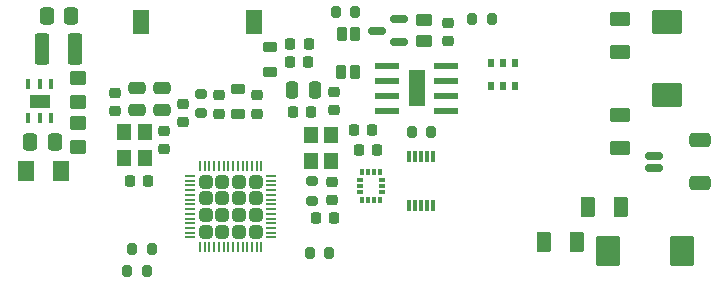
<source format=gbr>
%TF.GenerationSoftware,KiCad,Pcbnew,7.0.7*%
%TF.CreationDate,2023-09-20T12:31:10+02:00*%
%TF.ProjectId,Window_EMP_monitor_59_4x23_5x1.6mm,57696e64-6f77-45f4-954d-505f6d6f6e69,rev?*%
%TF.SameCoordinates,Original*%
%TF.FileFunction,Paste,Top*%
%TF.FilePolarity,Positive*%
%FSLAX46Y46*%
G04 Gerber Fmt 4.6, Leading zero omitted, Abs format (unit mm)*
G04 Created by KiCad (PCBNEW 7.0.7) date 2023-09-20 12:31:10*
%MOMM*%
%LPD*%
G01*
G04 APERTURE LIST*
G04 Aperture macros list*
%AMRoundRect*
0 Rectangle with rounded corners*
0 $1 Rounding radius*
0 $2 $3 $4 $5 $6 $7 $8 $9 X,Y pos of 4 corners*
0 Add a 4 corners polygon primitive as box body*
4,1,4,$2,$3,$4,$5,$6,$7,$8,$9,$2,$3,0*
0 Add four circle primitives for the rounded corners*
1,1,$1+$1,$2,$3*
1,1,$1+$1,$4,$5*
1,1,$1+$1,$6,$7*
1,1,$1+$1,$8,$9*
0 Add four rect primitives between the rounded corners*
20,1,$1+$1,$2,$3,$4,$5,0*
20,1,$1+$1,$4,$5,$6,$7,0*
20,1,$1+$1,$6,$7,$8,$9,0*
20,1,$1+$1,$8,$9,$2,$3,0*%
G04 Aperture macros list end*
%ADD10C,0.010000*%
%ADD11RoundRect,0.250000X-0.787500X-1.025000X0.787500X-1.025000X0.787500X1.025000X-0.787500X1.025000X0*%
%ADD12RoundRect,0.200000X-0.275000X0.200000X-0.275000X-0.200000X0.275000X-0.200000X0.275000X0.200000X0*%
%ADD13RoundRect,0.200000X-0.200000X-0.275000X0.200000X-0.275000X0.200000X0.275000X-0.200000X0.275000X0*%
%ADD14RoundRect,0.200000X0.275000X-0.200000X0.275000X0.200000X-0.275000X0.200000X-0.275000X-0.200000X0*%
%ADD15RoundRect,0.225000X0.225000X0.250000X-0.225000X0.250000X-0.225000X-0.250000X0.225000X-0.250000X0*%
%ADD16RoundRect,0.250000X0.625000X-0.375000X0.625000X0.375000X-0.625000X0.375000X-0.625000X-0.375000X0*%
%ADD17RoundRect,0.150000X0.625000X-0.150000X0.625000X0.150000X-0.625000X0.150000X-0.625000X-0.150000X0*%
%ADD18RoundRect,0.250000X0.650000X-0.350000X0.650000X0.350000X-0.650000X0.350000X-0.650000X-0.350000X0*%
%ADD19R,1.400000X2.100000*%
%ADD20RoundRect,0.250000X-0.475000X0.250000X-0.475000X-0.250000X0.475000X-0.250000X0.475000X0.250000X0*%
%ADD21RoundRect,0.250000X1.025000X-0.787500X1.025000X0.787500X-1.025000X0.787500X-1.025000X-0.787500X0*%
%ADD22RoundRect,0.225000X0.250000X-0.225000X0.250000X0.225000X-0.250000X0.225000X-0.250000X-0.225000X0*%
%ADD23RoundRect,0.225000X-0.250000X0.225000X-0.250000X-0.225000X0.250000X-0.225000X0.250000X0.225000X0*%
%ADD24RoundRect,0.225000X-0.225000X-0.250000X0.225000X-0.250000X0.225000X0.250000X-0.225000X0.250000X0*%
%ADD25RoundRect,0.218750X-0.381250X0.218750X-0.381250X-0.218750X0.381250X-0.218750X0.381250X0.218750X0*%
%ADD26RoundRect,0.250000X0.250000X0.475000X-0.250000X0.475000X-0.250000X-0.475000X0.250000X-0.475000X0*%
%ADD27R,1.200000X1.400000*%
%ADD28R,0.350000X0.580000*%
%ADD29R,0.580000X0.350000*%
%ADD30RoundRect,0.041300X-0.948700X-0.253700X0.948700X-0.253700X0.948700X0.253700X-0.948700X0.253700X0*%
%ADD31RoundRect,0.098350X-0.604150X-1.437900X0.604150X-1.437900X0.604150X1.437900X-0.604150X1.437900X0*%
%ADD32RoundRect,0.250000X-0.375000X-0.625000X0.375000X-0.625000X0.375000X0.625000X-0.375000X0.625000X0*%
%ADD33RoundRect,0.250000X-0.337500X-0.475000X0.337500X-0.475000X0.337500X0.475000X-0.337500X0.475000X0*%
%ADD34RoundRect,0.250000X0.375000X1.075000X-0.375000X1.075000X-0.375000X-1.075000X0.375000X-1.075000X0*%
%ADD35RoundRect,0.250000X-0.315000X0.315000X-0.315000X-0.315000X0.315000X-0.315000X0.315000X0.315000X0*%
%ADD36RoundRect,0.050000X-0.050000X0.387500X-0.050000X-0.387500X0.050000X-0.387500X0.050000X0.387500X0*%
%ADD37RoundRect,0.050000X-0.387500X0.050000X-0.387500X-0.050000X0.387500X-0.050000X0.387500X0.050000X0*%
%ADD38RoundRect,0.250000X0.337500X0.475000X-0.337500X0.475000X-0.337500X-0.475000X0.337500X-0.475000X0*%
%ADD39RoundRect,0.250000X-0.450000X0.350000X-0.450000X-0.350000X0.450000X-0.350000X0.450000X0.350000X0*%
%ADD40RoundRect,0.200000X0.200000X0.275000X-0.200000X0.275000X-0.200000X-0.275000X0.200000X-0.275000X0*%
%ADD41RoundRect,0.250000X-0.450000X0.262500X-0.450000X-0.262500X0.450000X-0.262500X0.450000X0.262500X0*%
%ADD42R,0.420000X0.840000*%
%ADD43RoundRect,0.037100X-0.227900X0.317900X-0.227900X-0.317900X0.227900X-0.317900X0.227900X0.317900X0*%
%ADD44RoundRect,0.124800X-0.275200X0.475200X-0.275200X-0.475200X0.275200X-0.475200X0.275200X0.475200X0*%
%ADD45RoundRect,0.250001X-0.462499X-0.624999X0.462499X-0.624999X0.462499X0.624999X-0.462499X0.624999X0*%
%ADD46RoundRect,0.150000X0.587500X0.150000X-0.587500X0.150000X-0.587500X-0.150000X0.587500X-0.150000X0*%
G04 APERTURE END LIST*
%TO.C,U1*%
D10*
X171875000Y-99263650D02*
X171623360Y-99263650D01*
X171623360Y-98385000D01*
X171875000Y-98385000D01*
X171875000Y-99263650D01*
G36*
X171875000Y-99263650D02*
G01*
X171623360Y-99263650D01*
X171623360Y-98385000D01*
X171875000Y-98385000D01*
X171875000Y-99263650D01*
G37*
X171875000Y-95134420D02*
X171624600Y-95134420D01*
X171624600Y-94260000D01*
X171875000Y-94260000D01*
X171875000Y-95134420D01*
G36*
X171875000Y-95134420D02*
G01*
X171624600Y-95134420D01*
X171624600Y-94260000D01*
X171875000Y-94260000D01*
X171875000Y-95134420D01*
G37*
X172375000Y-99261600D02*
X172124601Y-99261600D01*
X172124601Y-98385000D01*
X172375000Y-98385000D01*
X172375000Y-99261600D01*
G36*
X172375000Y-99261600D02*
G01*
X172124601Y-99261600D01*
X172124601Y-98385000D01*
X172375000Y-98385000D01*
X172375000Y-99261600D01*
G37*
X172375000Y-95134550D02*
X172124827Y-95134550D01*
X172124827Y-94260000D01*
X172375000Y-94260000D01*
X172375000Y-95134550D01*
G36*
X172375000Y-95134550D02*
G01*
X172124827Y-95134550D01*
X172124827Y-94260000D01*
X172375000Y-94260000D01*
X172375000Y-95134550D01*
G37*
X172875000Y-95133810D02*
X172624908Y-95133810D01*
X172624908Y-94260000D01*
X172875000Y-94260000D01*
X172875000Y-95133810D01*
G36*
X172875000Y-95133810D02*
G01*
X172624908Y-95133810D01*
X172624908Y-94260000D01*
X172875000Y-94260000D01*
X172875000Y-95133810D01*
G37*
X172875000Y-99260320D02*
X172624984Y-99260320D01*
X172624984Y-98385000D01*
X172875000Y-98385000D01*
X172875000Y-99260320D01*
G36*
X172875000Y-99260320D02*
G01*
X172624984Y-99260320D01*
X172624984Y-98385000D01*
X172875000Y-98385000D01*
X172875000Y-99260320D01*
G37*
X173375000Y-95132750D02*
X173125520Y-95132750D01*
X173125520Y-94260000D01*
X173375000Y-94260000D01*
X173375000Y-95132750D01*
G36*
X173375000Y-95132750D02*
G01*
X173125520Y-95132750D01*
X173125520Y-94260000D01*
X173375000Y-94260000D01*
X173375000Y-95132750D01*
G37*
X173375000Y-99263750D02*
X173125563Y-99263750D01*
X173125563Y-98385000D01*
X173375000Y-98385000D01*
X173375000Y-99263750D01*
G36*
X173375000Y-99263750D02*
G01*
X173125563Y-99263750D01*
X173125563Y-98385000D01*
X173375000Y-98385000D01*
X173375000Y-99263750D01*
G37*
X173875000Y-99260530D02*
X173625185Y-99260530D01*
X173625185Y-98385000D01*
X173875000Y-98385000D01*
X173875000Y-99260530D01*
G36*
X173875000Y-99260530D02*
G01*
X173625185Y-99260530D01*
X173625185Y-98385000D01*
X173875000Y-98385000D01*
X173875000Y-99260530D01*
G37*
X173875000Y-95134460D02*
X173625290Y-95134460D01*
X173625290Y-94260000D01*
X173875000Y-94260000D01*
X173875000Y-95134460D01*
G36*
X173875000Y-95134460D02*
G01*
X173625290Y-95134460D01*
X173625290Y-94260000D01*
X173875000Y-94260000D01*
X173875000Y-95134460D01*
G37*
%TO.C,AUR1*%
X141270569Y-90500966D02*
X139689431Y-90500966D01*
X139689431Y-89489034D01*
X141270569Y-89489034D01*
X141270569Y-90500966D01*
G36*
X141270569Y-90500966D02*
G01*
X139689431Y-90500966D01*
X139689431Y-89489034D01*
X141270569Y-89489034D01*
X141270569Y-90500966D01*
G37*
%TD*%
D11*
%TO.C,probeC2*%
X188610000Y-102710000D03*
X194835000Y-102710000D03*
%TD*%
D12*
%TO.C,ER1*%
X154150000Y-89425000D03*
X154150000Y-91075000D03*
%TD*%
D13*
%TO.C,BAT_SENSE_R2*%
X148345000Y-102560000D03*
X149995000Y-102560000D03*
%TD*%
D14*
%TO.C,ER3*%
X163580000Y-98455000D03*
X163580000Y-96805000D03*
%TD*%
D15*
%TO.C,EC2*%
X163495000Y-90990000D03*
X161945000Y-90990000D03*
%TD*%
D16*
%TO.C,DMPprobeSS12_2*%
X189620000Y-85890000D03*
X189620000Y-83090000D03*
%TD*%
D17*
%TO.C,SHJ1*%
X192490000Y-95670000D03*
X192490000Y-94670000D03*
D18*
X196365000Y-96970000D03*
X196365000Y-93370000D03*
%TD*%
D19*
%TO.C,ANT1*%
X158599500Y-83340000D03*
X149099500Y-83340000D03*
%TD*%
D20*
%TO.C,EC7*%
X150830000Y-88910000D03*
X150830000Y-90810000D03*
%TD*%
D21*
%TO.C,probeC1*%
X193640000Y-89545000D03*
X193640000Y-83320000D03*
%TD*%
D22*
%TO.C,EC10*%
X158920000Y-91095000D03*
X158920000Y-89545000D03*
%TD*%
D23*
%TO.C,EC6*%
X155650000Y-89555000D03*
X155650000Y-91105000D03*
%TD*%
D24*
%TO.C,EC14*%
X148125000Y-96770000D03*
X149675000Y-96770000D03*
%TD*%
D25*
%TO.C,L1*%
X157280000Y-88987500D03*
X157280000Y-91112500D03*
%TD*%
D26*
%TO.C,EC3*%
X163770000Y-89060000D03*
X161870000Y-89060000D03*
%TD*%
D24*
%TO.C,EC13*%
X167115000Y-92520000D03*
X168665000Y-92520000D03*
%TD*%
D13*
%TO.C,BAT_SENSE_R1*%
X147895000Y-104390000D03*
X149545000Y-104390000D03*
%TD*%
%TO.C,I2C_SCL_R2*%
X177125000Y-83110000D03*
X178775000Y-83110000D03*
%TD*%
D27*
%TO.C,ECY1*%
X147670000Y-92670000D03*
X147670000Y-94870000D03*
X149370000Y-94870000D03*
X149370000Y-92670000D03*
%TD*%
D28*
%TO.C,IMU1*%
X169270000Y-96020000D03*
X168770000Y-96020000D03*
X168270000Y-96020000D03*
X167770000Y-96020000D03*
D29*
X167595000Y-96695000D03*
X167595000Y-97195000D03*
X167595000Y-97695000D03*
D28*
X167770000Y-98370000D03*
X168270000Y-98370000D03*
X168770000Y-98370000D03*
X169270000Y-98370000D03*
D29*
X169445000Y-97695000D03*
X169445000Y-97195000D03*
X169445000Y-96695000D03*
%TD*%
D30*
%TO.C,U5*%
X169920000Y-87040000D03*
X169920000Y-88310000D03*
X169920000Y-89580000D03*
X169920000Y-90850000D03*
X174860000Y-90850000D03*
X174860000Y-89580000D03*
X174860000Y-88310000D03*
X174860000Y-87040000D03*
D31*
X172460000Y-88895000D03*
%TD*%
D32*
%TO.C,probeSS12_4*%
X183200000Y-101960000D03*
X186000000Y-101960000D03*
%TD*%
D33*
%TO.C,AUR_C2*%
X139672500Y-93520000D03*
X141747500Y-93520000D03*
%TD*%
D24*
%TO.C,EC9*%
X161685000Y-86750000D03*
X163235000Y-86750000D03*
%TD*%
D32*
%TO.C,probeSS12_3*%
X186950000Y-99010000D03*
X189750000Y-99010000D03*
%TD*%
D22*
%TO.C,EC15*%
X165450000Y-90805000D03*
X165450000Y-89255000D03*
%TD*%
D34*
%TO.C,AUR_l1*%
X143520000Y-85600000D03*
X140720000Y-85600000D03*
%TD*%
D35*
%TO.C,ESP32S1*%
X158770000Y-96880000D03*
X157370000Y-96880000D03*
X155970000Y-96880000D03*
X154570000Y-96880000D03*
X158770000Y-98280000D03*
X157370000Y-98280000D03*
X155970000Y-98280000D03*
X154570000Y-98280000D03*
X158770000Y-99680000D03*
X157370000Y-99680000D03*
X155970000Y-99680000D03*
X154570000Y-99680000D03*
X158770000Y-101080000D03*
X157370000Y-101080000D03*
X155970000Y-101080000D03*
X154570000Y-101080000D03*
D36*
X159270000Y-95542500D03*
X158870000Y-95542500D03*
X158470000Y-95542500D03*
X158070000Y-95542500D03*
X157670000Y-95542500D03*
X157270000Y-95542500D03*
X156870000Y-95542500D03*
X156470000Y-95542500D03*
X156070000Y-95542500D03*
X155670000Y-95542500D03*
X155270000Y-95542500D03*
X154870000Y-95542500D03*
X154470000Y-95542500D03*
X154070000Y-95542500D03*
D37*
X153232500Y-96380000D03*
X153232500Y-96780000D03*
X153232500Y-97180000D03*
X153232500Y-97580000D03*
X153232500Y-97980000D03*
X153232500Y-98380000D03*
X153232500Y-98780000D03*
X153232500Y-99180000D03*
X153232500Y-99580000D03*
X153232500Y-99980000D03*
X153232500Y-100380000D03*
X153232500Y-100780000D03*
X153232500Y-101180000D03*
X153232500Y-101580000D03*
D36*
X154070000Y-102417500D03*
X154470000Y-102417500D03*
X154870000Y-102417500D03*
X155270000Y-102417500D03*
X155670000Y-102417500D03*
X156070000Y-102417500D03*
X156470000Y-102417500D03*
X156870000Y-102417500D03*
X157270000Y-102417500D03*
X157670000Y-102417500D03*
X158070000Y-102417500D03*
X158470000Y-102417500D03*
X158870000Y-102417500D03*
X159270000Y-102417500D03*
D37*
X160107500Y-101580000D03*
X160107500Y-101180000D03*
X160107500Y-100780000D03*
X160107500Y-100380000D03*
X160107500Y-99980000D03*
X160107500Y-99580000D03*
X160107500Y-99180000D03*
X160107500Y-98780000D03*
X160107500Y-98380000D03*
X160107500Y-97980000D03*
X160107500Y-97580000D03*
X160107500Y-97180000D03*
X160107500Y-96780000D03*
X160107500Y-96380000D03*
%TD*%
D38*
%TO.C,AUR_C1*%
X143177500Y-82810000D03*
X141102500Y-82810000D03*
%TD*%
D39*
%TO.C,AUR_R1*%
X143710000Y-91900000D03*
X143710000Y-93900000D03*
%TD*%
D22*
%TO.C,EC1*%
X152610000Y-91805000D03*
X152610000Y-90255000D03*
%TD*%
D40*
%TO.C,I2C_SDA_R2*%
X173635000Y-92630000D03*
X171985000Y-92630000D03*
%TD*%
D13*
%TO.C,LR1*%
X165555000Y-82510000D03*
X167205000Y-82510000D03*
%TD*%
D40*
%TO.C,ER2*%
X164995000Y-102870000D03*
X163345000Y-102870000D03*
%TD*%
D41*
%TO.C,MTRR1*%
X173060000Y-83137500D03*
X173060000Y-84962500D03*
%TD*%
D39*
%TO.C,AUR_R2*%
X143710000Y-88110000D03*
X143710000Y-90110000D03*
%TD*%
D16*
%TO.C,probeSS12_1*%
X189610000Y-93980000D03*
X189610000Y-91180000D03*
%TD*%
D24*
%TO.C,EC11*%
X163855000Y-99960000D03*
X165405000Y-99960000D03*
%TD*%
D23*
%TO.C,EC17*%
X165220000Y-96845000D03*
X165220000Y-98395000D03*
%TD*%
D22*
%TO.C,EC8*%
X151060000Y-94075000D03*
X151060000Y-92525000D03*
%TD*%
D42*
%TO.C,AUR1*%
X141430000Y-88560000D03*
X140480000Y-88560000D03*
X139530000Y-88560000D03*
X139530000Y-91430000D03*
X140480000Y-91430000D03*
X141430000Y-91430000D03*
%TD*%
D22*
%TO.C,EC12*%
X146880000Y-90865000D03*
X146880000Y-89315000D03*
%TD*%
D43*
%TO.C,U3*%
X180745000Y-86785487D03*
X179745000Y-86785487D03*
X178745000Y-86785487D03*
X178745000Y-88755487D03*
X179745000Y-88755487D03*
X180745000Y-88755487D03*
%TD*%
D24*
%TO.C,LSC1*%
X167535000Y-94150000D03*
X169085000Y-94150000D03*
%TD*%
D20*
%TO.C,EC4*%
X148740000Y-88910000D03*
X148740000Y-90810000D03*
%TD*%
D24*
%TO.C,EC5*%
X161725000Y-85180000D03*
X163275000Y-85180000D03*
%TD*%
D25*
%TO.C,EL1*%
X159960000Y-85467500D03*
X159960000Y-87592500D03*
%TD*%
D44*
%TO.C,LED1*%
X166050000Y-84380000D03*
X166040000Y-87560000D03*
X167190000Y-84380000D03*
X167160000Y-87570000D03*
%TD*%
D22*
%TO.C,ATC1*%
X175030000Y-84935000D03*
X175030000Y-83385000D03*
%TD*%
D45*
%TO.C,BAT_FUSE1*%
X139312500Y-95930000D03*
X142287500Y-95930000D03*
%TD*%
D46*
%TO.C,MTRT1*%
X170945000Y-85020000D03*
X170945000Y-83120000D03*
X169070000Y-84070000D03*
%TD*%
D27*
%TO.C,ECY2*%
X163460000Y-92880000D03*
X163460000Y-95080000D03*
X165160000Y-95080000D03*
X165160000Y-92880000D03*
%TD*%
M02*

</source>
